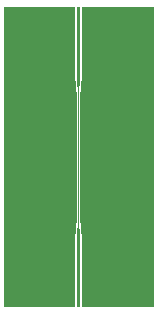
<source format=gtl>
G04*
G04*
G04 Layer_Physical_Order=1*
G04 Layer_Color=255*
%FSLAX25Y25*%
%MOIN*%
%SFA3.937B3.937*%
G70*
G04*
G04*
G04*
G04 #@! TF.FilePolarity,Positive*
G04*
G01*
G75*
%ADD12C,0.00050*%
%ADD13C,0.08268*%
%ADD14C,0.00787*%
G36*
X0Y0D02*
X0Y0D01*
X0Y100000D01*
X23799Y100000D01*
X23799Y77559D01*
X24450Y69685D01*
X24450Y30314D01*
X23799Y22440D01*
X23799Y0D01*
X0Y0D01*
G37*
G36*
X50000Y0D02*
X50000Y0D01*
X50000Y100000D01*
X26200Y100000D01*
X26200Y77559D01*
X25550Y69685D01*
X25550Y30314D01*
X26200Y22440D01*
X26200Y0D01*
X50000Y0D01*
G37*
G36*
X24507Y0D02*
X24507Y0D01*
X24507Y5000D01*
X24450Y5000D01*
X24450Y22440D01*
X24850Y30314D01*
X24850Y50000D01*
X25000Y50000D01*
X25000Y0D01*
X24507Y0D01*
G37*
G36*
X25492Y0D02*
X25492Y0D01*
X25492Y5000D01*
X25550Y5000D01*
X25550Y22440D01*
X25150Y30314D01*
X25150Y50000D01*
X25000Y50000D01*
X25000Y0D01*
X25492Y0D01*
G37*
G36*
X24507Y100000D02*
X24507Y100000D01*
X24507Y95000D01*
X24450Y95000D01*
X24450Y77559D01*
X24850Y69685D01*
X24850Y50000D01*
X25000Y50000D01*
X25000Y100000D01*
X24507Y100000D01*
G37*
G36*
X25492Y100000D02*
X25492Y100000D01*
X25492Y95000D01*
X25550Y95000D01*
X25550Y77559D01*
X25150Y69685D01*
X25150Y50000D01*
X25000Y50000D01*
X25000Y100000D01*
X25492Y100000D01*
G37*
M02*
</source>
